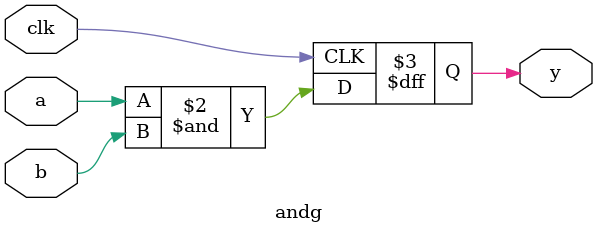
<source format=v>
module andg(
input a,
input b,
input clk,
output reg y
);

always@(posedge clk)begin 
y <= a & b;
end
endmodule

</source>
